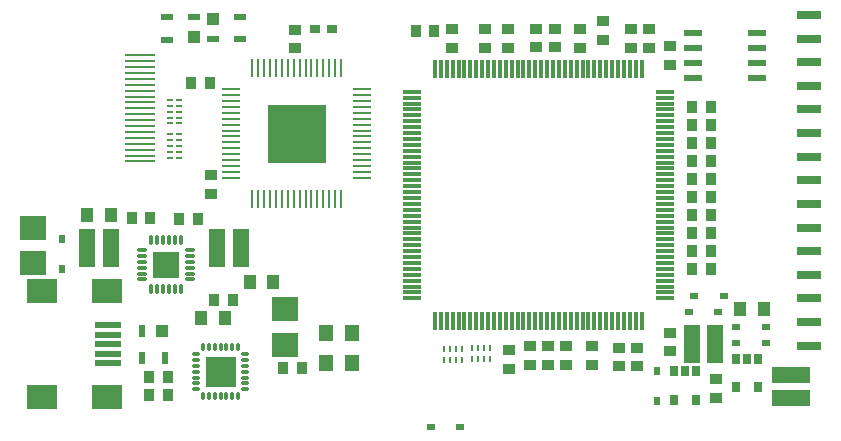
<source format=gtp>
%FSLAX25Y25*%
%MOIN*%
G70*
G01*
G75*
G04 Layer_Color=8421504*
%ADD10O,0.03150X0.01181*%
%ADD11O,0.01181X0.03150*%
%ADD12R,0.09843X0.09843*%
%ADD13R,0.06102X0.02362*%
%ADD14R,0.10236X0.01102*%
%ADD15R,0.05906X0.01181*%
%ADD16R,0.01181X0.05906*%
%ADD17R,0.09843X0.07874*%
%ADD18R,0.09055X0.01969*%
%ADD19R,0.03937X0.03740*%
%ADD20R,0.01870X0.00787*%
%ADD21R,0.03937X0.03937*%
%ADD22R,0.02362X0.03937*%
%ADD23R,0.03937X0.02362*%
%ADD24R,0.03937X0.03937*%
%ADD25O,0.06102X0.00984*%
%ADD26O,0.00984X0.06102*%
%ADD27R,0.19685X0.19685*%
%ADD28R,0.03740X0.03937*%
%ADD29R,0.05512X0.12598*%
%ADD30R,0.03937X0.04724*%
%ADD31R,0.08661X0.07874*%
%ADD32R,0.04724X0.05512*%
%ADD33R,0.09055X0.09055*%
%ADD34O,0.01181X0.03543*%
%ADD35O,0.03543X0.01181*%
%ADD36R,0.02362X0.03150*%
%ADD37R,0.03543X0.03937*%
%ADD38R,0.00984X0.02362*%
%ADD39O,0.00984X0.02362*%
%ADD40R,0.03150X0.02362*%
%ADD41R,0.12598X0.05512*%
%ADD42R,0.02559X0.03543*%
%ADD43R,0.03937X0.03543*%
%ADD44R,0.07874X0.03150*%
%ADD45R,0.03543X0.03150*%
%ADD46C,0.00600*%
%ADD47C,0.01200*%
%ADD48C,0.01000*%
%ADD49C,0.00787*%
%ADD50C,0.00800*%
%ADD51C,0.02000*%
%ADD52C,0.01500*%
%ADD53C,0.15000*%
%ADD54R,0.06000X0.06000*%
%ADD55C,0.06000*%
%ADD56C,0.10600*%
%ADD57C,0.01969*%
%ADD58R,0.05906X0.05906*%
%ADD59C,0.05906*%
%ADD60C,0.02600*%
%ADD61C,0.04000*%
%ADD62R,0.07087X0.12205*%
%ADD63R,0.10236X0.02362*%
%ADD64R,0.14961X0.08268*%
%ADD65R,0.07874X0.17323*%
%ADD66C,0.14998*%
%ADD67C,0.05400*%
%ADD68C,0.10400*%
%ADD69C,0.05943*%
%ADD70C,0.03600*%
%ADD71R,0.05512X0.14173*%
%ADD72R,0.15748X0.08268*%
%ADD73R,0.12205X0.17716*%
%ADD74R,0.19685X0.02756*%
%ADD75R,0.02362X0.00984*%
%ADD76O,0.02362X0.00984*%
%ADD77O,0.04921X0.01772*%
%ADD78R,0.03740X0.03543*%
%ADD79R,0.03740X0.03543*%
%ADD80C,0.00984*%
%ADD81C,0.02362*%
%ADD82C,0.00394*%
%ADD83C,0.00591*%
%ADD84C,0.01181*%
%ADD85C,0.00700*%
D10*
X207852Y241036D02*
D03*
Y239067D02*
D03*
Y237099D02*
D03*
Y235130D02*
D03*
Y233161D02*
D03*
Y231193D02*
D03*
Y229224D02*
D03*
X224388D02*
D03*
Y231193D02*
D03*
Y233161D02*
D03*
Y235130D02*
D03*
Y237099D02*
D03*
Y239067D02*
D03*
Y241036D02*
D03*
D11*
X210214Y226862D02*
D03*
X212183D02*
D03*
X214152D02*
D03*
X216120D02*
D03*
X218089D02*
D03*
X220057D02*
D03*
X222025D02*
D03*
Y243398D02*
D03*
X220057D02*
D03*
X218089D02*
D03*
X216120D02*
D03*
X214152D02*
D03*
X212183D02*
D03*
X210214D02*
D03*
D12*
X216120Y235130D02*
D03*
D13*
X373708Y348131D02*
D03*
Y343131D02*
D03*
Y338131D02*
D03*
Y333131D02*
D03*
X394968Y348131D02*
D03*
Y343131D02*
D03*
Y338131D02*
D03*
Y333131D02*
D03*
D14*
X189200Y305183D02*
D03*
Y307152D02*
D03*
Y309120D02*
D03*
Y311089D02*
D03*
Y313057D02*
D03*
Y315026D02*
D03*
Y316995D02*
D03*
Y318963D02*
D03*
Y320932D02*
D03*
Y322900D02*
D03*
Y324868D02*
D03*
Y326837D02*
D03*
Y328805D02*
D03*
Y330774D02*
D03*
Y332743D02*
D03*
Y334711D02*
D03*
Y336680D02*
D03*
Y338648D02*
D03*
Y340616D02*
D03*
D15*
X364126Y259551D02*
D03*
Y261520D02*
D03*
Y263488D02*
D03*
Y265457D02*
D03*
Y267425D02*
D03*
Y269394D02*
D03*
Y271362D02*
D03*
Y273331D02*
D03*
Y275299D02*
D03*
Y277268D02*
D03*
Y279236D02*
D03*
Y281205D02*
D03*
Y283173D02*
D03*
Y285142D02*
D03*
Y287110D02*
D03*
Y289079D02*
D03*
Y291047D02*
D03*
Y293016D02*
D03*
Y294984D02*
D03*
Y296953D02*
D03*
Y298921D02*
D03*
Y300890D02*
D03*
Y302858D02*
D03*
Y304827D02*
D03*
Y306795D02*
D03*
Y308764D02*
D03*
Y310732D02*
D03*
Y312701D02*
D03*
Y314669D02*
D03*
Y316638D02*
D03*
Y318606D02*
D03*
Y320575D02*
D03*
Y322543D02*
D03*
Y324512D02*
D03*
Y326480D02*
D03*
Y328449D02*
D03*
X279874D02*
D03*
Y326480D02*
D03*
Y324512D02*
D03*
Y322543D02*
D03*
Y320575D02*
D03*
Y318606D02*
D03*
Y316638D02*
D03*
Y314669D02*
D03*
Y312701D02*
D03*
Y310732D02*
D03*
Y308764D02*
D03*
Y306795D02*
D03*
Y304827D02*
D03*
Y302858D02*
D03*
Y300890D02*
D03*
Y298921D02*
D03*
Y296953D02*
D03*
Y294984D02*
D03*
Y293016D02*
D03*
Y291047D02*
D03*
Y289079D02*
D03*
Y287110D02*
D03*
Y285142D02*
D03*
Y283173D02*
D03*
Y281205D02*
D03*
Y279236D02*
D03*
Y277268D02*
D03*
Y275299D02*
D03*
Y273331D02*
D03*
Y271362D02*
D03*
Y269394D02*
D03*
Y267425D02*
D03*
Y265457D02*
D03*
Y263488D02*
D03*
Y261520D02*
D03*
Y259551D02*
D03*
D16*
X356449Y336126D02*
D03*
X354480D02*
D03*
X352512D02*
D03*
X350543D02*
D03*
X348575D02*
D03*
X346606D02*
D03*
X344638D02*
D03*
X342669D02*
D03*
X340701D02*
D03*
X338732D02*
D03*
X336764D02*
D03*
X334795D02*
D03*
X332827D02*
D03*
X330858D02*
D03*
X328890D02*
D03*
X326921D02*
D03*
X324953D02*
D03*
X322984D02*
D03*
X321016D02*
D03*
X319047D02*
D03*
X317079D02*
D03*
X315110D02*
D03*
X313142D02*
D03*
X311173D02*
D03*
X309205D02*
D03*
X307236D02*
D03*
X305268D02*
D03*
X303299D02*
D03*
X301331D02*
D03*
X299362D02*
D03*
X297394D02*
D03*
X295425D02*
D03*
X293457D02*
D03*
X291488D02*
D03*
X289520D02*
D03*
X287551D02*
D03*
Y251874D02*
D03*
X289520D02*
D03*
X291488D02*
D03*
X293457D02*
D03*
X295425D02*
D03*
X297394D02*
D03*
X299362D02*
D03*
X301331D02*
D03*
X303299D02*
D03*
X305268D02*
D03*
X307236D02*
D03*
X309205D02*
D03*
X311173D02*
D03*
X313142D02*
D03*
X315110D02*
D03*
X317079D02*
D03*
X319047D02*
D03*
X321016D02*
D03*
X322984D02*
D03*
X324953D02*
D03*
X326921D02*
D03*
X328890D02*
D03*
X330858D02*
D03*
X332827D02*
D03*
X334795D02*
D03*
X336764D02*
D03*
X338732D02*
D03*
X340701D02*
D03*
X342669D02*
D03*
X344638D02*
D03*
X346606D02*
D03*
X348575D02*
D03*
X350543D02*
D03*
X352512D02*
D03*
X354480D02*
D03*
X356449D02*
D03*
D17*
X156673Y226810D02*
D03*
Y261850D02*
D03*
X178326Y226810D02*
D03*
Y261850D02*
D03*
D18*
X178720Y250531D02*
D03*
Y244330D02*
D03*
Y238031D02*
D03*
Y247480D02*
D03*
Y241180D02*
D03*
D19*
X241000Y342850D02*
D03*
Y349150D02*
D03*
X213000Y294350D02*
D03*
Y300650D02*
D03*
X312364Y242347D02*
D03*
Y236048D02*
D03*
X331359Y237350D02*
D03*
Y243649D02*
D03*
X325239D02*
D03*
Y237350D02*
D03*
X319269Y243649D02*
D03*
Y237350D02*
D03*
X339769Y243547D02*
D03*
Y237248D02*
D03*
X349000Y243150D02*
D03*
Y236850D02*
D03*
X355000Y243150D02*
D03*
Y236850D02*
D03*
X381200Y226250D02*
D03*
Y232550D02*
D03*
X366000Y248150D02*
D03*
Y241850D02*
D03*
X304351Y343094D02*
D03*
Y349393D02*
D03*
X321351Y343191D02*
D03*
Y349490D02*
D03*
X327458Y343192D02*
D03*
Y349491D02*
D03*
X335829Y343159D02*
D03*
Y349458D02*
D03*
X343553Y345691D02*
D03*
Y351990D02*
D03*
X365761Y343790D02*
D03*
Y337491D02*
D03*
D20*
X199220Y314230D02*
D03*
Y312262D02*
D03*
Y310293D02*
D03*
Y308325D02*
D03*
Y306356D02*
D03*
X202271D02*
D03*
Y308325D02*
D03*
Y310293D02*
D03*
Y312262D02*
D03*
Y314230D02*
D03*
X199220Y325730D02*
D03*
Y323762D02*
D03*
Y321793D02*
D03*
Y319825D02*
D03*
Y317856D02*
D03*
X202271D02*
D03*
Y319825D02*
D03*
Y321793D02*
D03*
Y323762D02*
D03*
Y325730D02*
D03*
D21*
X196673Y248758D02*
D03*
D22*
X189980D02*
D03*
Y239702D02*
D03*
X197460D02*
D03*
D23*
X198302Y345740D02*
D03*
Y353220D02*
D03*
X207358D02*
D03*
X213642Y345880D02*
D03*
X222698D02*
D03*
Y353360D02*
D03*
D24*
X207358Y346527D02*
D03*
X213642Y352573D02*
D03*
D25*
X219748Y329264D02*
D03*
Y327295D02*
D03*
Y325327D02*
D03*
Y323358D02*
D03*
Y321390D02*
D03*
Y319421D02*
D03*
Y317453D02*
D03*
Y315484D02*
D03*
Y313516D02*
D03*
Y311547D02*
D03*
Y309579D02*
D03*
Y307610D02*
D03*
Y305642D02*
D03*
Y303673D02*
D03*
Y301705D02*
D03*
Y299736D02*
D03*
X263252D02*
D03*
Y301705D02*
D03*
Y303673D02*
D03*
Y305642D02*
D03*
Y307610D02*
D03*
Y309579D02*
D03*
Y311547D02*
D03*
Y313516D02*
D03*
Y315484D02*
D03*
Y317453D02*
D03*
Y319421D02*
D03*
Y321390D02*
D03*
Y323358D02*
D03*
Y325327D02*
D03*
Y327295D02*
D03*
Y329264D02*
D03*
D26*
X226736Y292748D02*
D03*
X228705D02*
D03*
X230673D02*
D03*
X232642D02*
D03*
X234610D02*
D03*
X236579D02*
D03*
X238547D02*
D03*
X240516D02*
D03*
X242484D02*
D03*
X244453D02*
D03*
X246421D02*
D03*
X248390D02*
D03*
X250358D02*
D03*
X252327D02*
D03*
X254295D02*
D03*
X256264D02*
D03*
Y336252D02*
D03*
X254295D02*
D03*
X252327D02*
D03*
X250358D02*
D03*
X248390D02*
D03*
X246421D02*
D03*
X244453D02*
D03*
X242484D02*
D03*
X240516D02*
D03*
X238547D02*
D03*
X236579D02*
D03*
X234610D02*
D03*
X232642D02*
D03*
X230673D02*
D03*
X228705D02*
D03*
X226736D02*
D03*
D27*
X241500Y314500D02*
D03*
D28*
X212650Y331500D02*
D03*
X206350D02*
D03*
X208650Y286000D02*
D03*
X202350D02*
D03*
X237070Y236340D02*
D03*
X243370D02*
D03*
X213850Y259000D02*
D03*
X220150D02*
D03*
X198650Y233500D02*
D03*
X192350D02*
D03*
X192750Y286300D02*
D03*
X186450D02*
D03*
D29*
X222874Y276300D02*
D03*
X215000D02*
D03*
X171626D02*
D03*
X179500D02*
D03*
X373126Y244500D02*
D03*
X381000D02*
D03*
D30*
X233637Y265100D02*
D03*
X225763D02*
D03*
X209563Y253000D02*
D03*
X217437D02*
D03*
X179437Y287300D02*
D03*
X171563D02*
D03*
X397237Y256000D02*
D03*
X389363D02*
D03*
D31*
X237500Y244094D02*
D03*
Y255906D02*
D03*
X153600Y271195D02*
D03*
Y283005D02*
D03*
D32*
X259900Y238000D02*
D03*
Y248000D02*
D03*
X251239D02*
D03*
Y238000D02*
D03*
D33*
X198000Y270800D02*
D03*
D34*
X202921Y262729D02*
D03*
X200953D02*
D03*
X198984D02*
D03*
X197016D02*
D03*
X195047D02*
D03*
X193079D02*
D03*
Y278871D02*
D03*
X195047D02*
D03*
X197016D02*
D03*
X198984D02*
D03*
X200953D02*
D03*
X202921D02*
D03*
D35*
X189929Y265879D02*
D03*
Y267847D02*
D03*
Y269816D02*
D03*
Y271784D02*
D03*
Y273753D02*
D03*
Y275721D02*
D03*
X206071D02*
D03*
Y273753D02*
D03*
Y271784D02*
D03*
Y269816D02*
D03*
Y267847D02*
D03*
Y265879D02*
D03*
D36*
X163300Y269357D02*
D03*
Y279200D02*
D03*
X361500Y235343D02*
D03*
Y225500D02*
D03*
D37*
X192350Y227500D02*
D03*
X198650D02*
D03*
X373350Y323500D02*
D03*
X379650D02*
D03*
X373350Y317500D02*
D03*
X379650D02*
D03*
X373350Y311500D02*
D03*
X379650D02*
D03*
X373350Y305500D02*
D03*
X379650D02*
D03*
X373350Y299200D02*
D03*
X379650D02*
D03*
X373350Y293200D02*
D03*
X379650D02*
D03*
X373350Y287200D02*
D03*
X379650D02*
D03*
X373350Y281200D02*
D03*
X379650D02*
D03*
X373350Y275200D02*
D03*
X379650D02*
D03*
X373350Y269200D02*
D03*
X379650D02*
D03*
X281115Y348556D02*
D03*
X287414D02*
D03*
D38*
X296472Y242821D02*
D03*
X305972Y243119D02*
D03*
D39*
X294503Y242821D02*
D03*
X292535D02*
D03*
X290566D02*
D03*
X296472Y238884D02*
D03*
X294503D02*
D03*
X292535D02*
D03*
X290566D02*
D03*
X304003Y243119D02*
D03*
X302035D02*
D03*
X300066D02*
D03*
X305972Y239182D02*
D03*
X304003D02*
D03*
X302035D02*
D03*
X300066D02*
D03*
D40*
X286200Y216700D02*
D03*
X296042D02*
D03*
X374000Y260500D02*
D03*
X383842D02*
D03*
X372158Y255000D02*
D03*
X382000D02*
D03*
X397843Y250000D02*
D03*
X388000D02*
D03*
X397843Y244600D02*
D03*
X388000D02*
D03*
D41*
X406200Y234174D02*
D03*
Y226300D02*
D03*
D42*
X395340Y239424D02*
D03*
X391600D02*
D03*
X387860D02*
D03*
Y229976D02*
D03*
X395340D02*
D03*
X374740Y235224D02*
D03*
X371000D02*
D03*
X367260D02*
D03*
Y225776D02*
D03*
X374740D02*
D03*
D43*
X293351Y343070D02*
D03*
Y349369D02*
D03*
X311900Y349350D02*
D03*
Y343050D02*
D03*
X352861Y343046D02*
D03*
Y349346D02*
D03*
X358861Y343039D02*
D03*
Y349338D02*
D03*
D44*
X412400Y354036D02*
D03*
Y330414D02*
D03*
Y322540D02*
D03*
Y314666D02*
D03*
Y306792D02*
D03*
Y298918D02*
D03*
Y291044D02*
D03*
Y283170D02*
D03*
Y275296D02*
D03*
Y267422D02*
D03*
Y259548D02*
D03*
Y251674D02*
D03*
Y243800D02*
D03*
Y338288D02*
D03*
Y346162D02*
D03*
D45*
X247744Y349500D02*
D03*
X253256D02*
D03*
M02*

</source>
